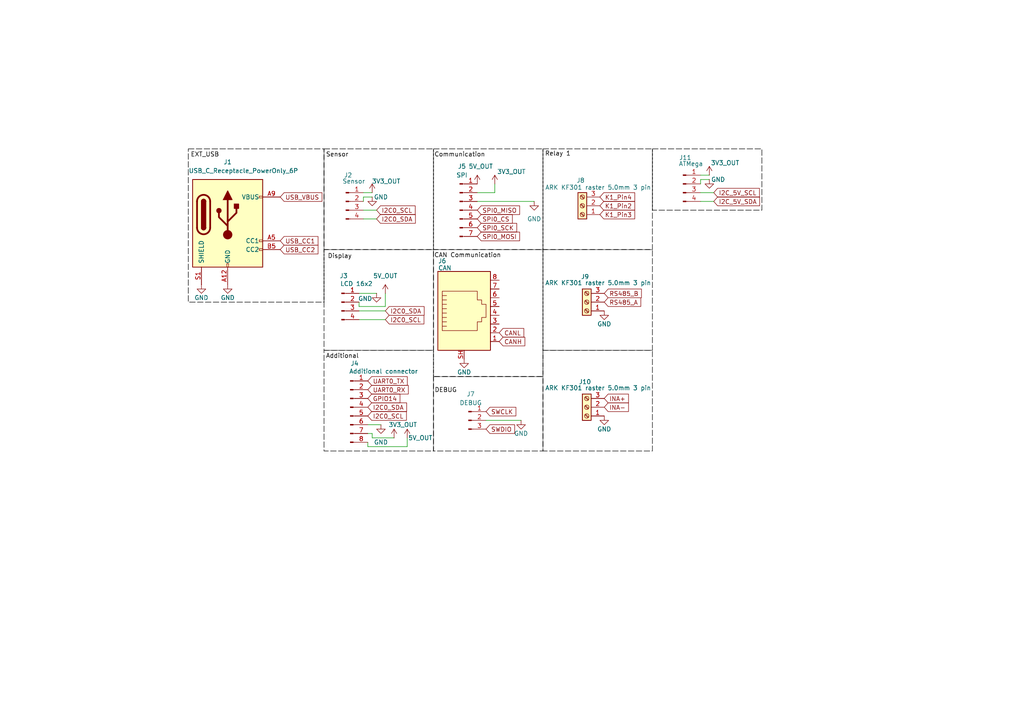
<source format=kicad_sch>
(kicad_sch (version 20250114) (generator "eeschema") (generator_version "9.0")
  (paper "A4")
  (title_block (title "Connectors") (date "2025-10-26") (rev "1.0") (company "PKl"))
  (lib_symbols
    (symbol "Connector:8P8C_Shielded" (pin_names (offset 1.016))
      (property "Reference" "J" (at -5.08 13.97 0))
      (property "Value" "8P8C_Shielded" (at 2.54 13.97 0))
      (symbol "8P8C_Shielded_0_1"
        (polyline (pts (xy -6.35 1.905) (xy -5.08 1.905) (xy -5.08 1.905)))
        (polyline (pts (xy -6.35 0.635) (xy -5.08 0.635) (xy -5.08 0.635)))
        (polyline (pts (xy -6.35 -0.635) (xy -5.08 -0.635) (xy -5.08 -0.635)))
        (polyline (pts (xy -6.35 -1.905) (xy -5.08 -1.905) (xy -5.08 -1.905)))
        (polyline (pts (xy -6.35 -3.175) (xy -5.08 -3.175) (xy -5.08 -3.175)))
        (polyline (pts (xy -6.35 -4.445) (xy -6.35 6.985) (xy 3.81 6.985) (xy 3.81 4.445) (xy 5.08 4.445) (xy 5.08 3.175) (xy 6.35 3.175) (xy 6.35 -0.635) (xy 5.08 -0.635) (xy 5.08 -1.905) (xy 3.81 -1.905) (xy 3.81 -4.445) (xy -6.35 -4.445) (xy -6.35 -4.445)))
        (polyline (pts (xy -5.08 5.715) (xy -6.35 5.715)))
        (polyline (pts (xy -5.08 4.445) (xy -6.35 4.445)))
        (polyline (pts (xy -5.08 3.175) (xy -6.35 3.175) (xy -6.35 3.175)))
        (rectangle (start 7.62 12.7) (end -7.62 -10.16) (stroke (width 0.254)) (fill (type background)))
      )
      (symbol "8P8C_Shielded_1_1"
        (pin passive line (at 0 -12.7 90) (length 2.54) (name "~") (number "SH"))
        (pin passive line (at 10.16 10.16 180) (length 2.54) (name "~") (number "8"))
        (pin passive line (at 10.16 7.62 180) (length 2.54) (name "~") (number "7"))
        (pin passive line (at 10.16 5.08 180) (length 2.54) (name "~") (number "6"))
        (pin passive line (at 10.16 2.54 180) (length 2.54) (name "~") (number "5"))
        (pin passive line (at 10.16 0 180) (length 2.54) (name "~") (number "4"))
        (pin passive line (at 10.16 -2.54 180) (length 2.54) (name "~") (number "3"))
        (pin passive line (at 10.16 -5.08 180) (length 2.54) (name "~") (number "2"))
        (pin passive line (at 10.16 -7.62 180) (length 2.54) (name "~") (number "1"))
      )
    )
    (symbol "Connector:Conn_01x03_Pin" (pin_names (offset 1.016) (hide yes))
      (property "Reference" "J" (at 0 5.08 0))
      (property "Value" "Conn_01x03_Pin" (at 0 -5.08 0))
      (symbol "Conn_01x03_Pin_1_1"
        (rectangle (start 0.8636 2.667) (end 0 2.413) (stroke (width 0.1524)) (fill (type outline)))
        (rectangle (start 0.8636 0.127) (end 0 -0.127) (stroke (width 0.1524)) (fill (type outline)))
        (rectangle (start 0.8636 -2.413) (end 0 -2.667) (stroke (width 0.1524)) (fill (type outline)))
        (polyline (pts (xy 1.27 2.54) (xy 0.8636 2.54)) (stroke (width 0.1524)))
        (polyline (pts (xy 1.27 0) (xy 0.8636 0)) (stroke (width 0.1524)))
        (polyline (pts (xy 1.27 -2.54) (xy 0.8636 -2.54)) (stroke (width 0.1524)))
        (pin passive line (at 5.08 2.54 180) (length 3.81) (name "Pin_1") (number "1"))
        (pin passive line (at 5.08 0 180) (length 3.81) (name "Pin_2") (number "2"))
        (pin passive line (at 5.08 -2.54 180) (length 3.81) (name "Pin_3") (number "3"))
      )
    )
    (symbol "Connector:Conn_01x04_Pin" (pin_names (offset 1.016) (hide yes))
      (property "Reference" "J" (at 0 5.08 0))
      (property "Value" "Conn_01x04_Pin" (at 0 -7.62 0))
      (symbol "Conn_01x04_Pin_1_1"
        (rectangle (start 0.8636 2.667) (end 0 2.413) (stroke (width 0.1524)) (fill (type outline)))
        (rectangle (start 0.8636 0.127) (end 0 -0.127) (stroke (width 0.1524)) (fill (type outline)))
        (rectangle (start 0.8636 -2.413) (end 0 -2.667) (stroke (width 0.1524)) (fill (type outline)))
        (rectangle (start 0.8636 -4.953) (end 0 -5.207) (stroke (width 0.1524)) (fill (type outline)))
        (polyline (pts (xy 1.27 2.54) (xy 0.8636 2.54)) (stroke (width 0.1524)))
        (polyline (pts (xy 1.27 0) (xy 0.8636 0)) (stroke (width 0.1524)))
        (polyline (pts (xy 1.27 -2.54) (xy 0.8636 -2.54)) (stroke (width 0.1524)))
        (polyline (pts (xy 1.27 -5.08) (xy 0.8636 -5.08)) (stroke (width 0.1524)))
        (pin passive line (at 5.08 2.54 180) (length 3.81) (name "Pin_1") (number "1"))
        (pin passive line (at 5.08 0 180) (length 3.81) (name "Pin_2") (number "2"))
        (pin passive line (at 5.08 -2.54 180) (length 3.81) (name "Pin_3") (number "3"))
        (pin passive line (at 5.08 -5.08 180) (length 3.81) (name "Pin_4") (number "4"))
      )
    )
    (symbol "Connector:Conn_01x07_Pin" (pin_names (offset 1.016) (hide yes))
      (property "Reference" "J" (at 0 10.16 0))
      (property "Value" "Conn_01x07_Pin" (at 0 -10.16 0))
      (symbol "Conn_01x07_Pin_1_1"
        (rectangle (start 0.8636 7.747) (end 0 7.493) (stroke (width 0.1524)) (fill (type outline)))
        (rectangle (start 0.8636 5.207) (end 0 4.953) (stroke (width 0.1524)) (fill (type outline)))
        (rectangle (start 0.8636 2.667) (end 0 2.413) (stroke (width 0.1524)) (fill (type outline)))
        (rectangle (start 0.8636 0.127) (end 0 -0.127) (stroke (width 0.1524)) (fill (type outline)))
        (rectangle (start 0.8636 -2.413) (end 0 -2.667) (stroke (width 0.1524)) (fill (type outline)))
        (rectangle (start 0.8636 -4.953) (end 0 -5.207) (stroke (width 0.1524)) (fill (type outline)))
        (rectangle (start 0.8636 -7.493) (end 0 -7.747) (stroke (width 0.1524)) (fill (type outline)))
        (polyline (pts (xy 1.27 7.62) (xy 0.8636 7.62)) (stroke (width 0.1524)))
        (polyline (pts (xy 1.27 5.08) (xy 0.8636 5.08)) (stroke (width 0.1524)))
        (polyline (pts (xy 1.27 2.54) (xy 0.8636 2.54)) (stroke (width 0.1524)))
        (polyline (pts (xy 1.27 0) (xy 0.8636 0)) (stroke (width 0.1524)))
        (polyline (pts (xy 1.27 -2.54) (xy 0.8636 -2.54)) (stroke (width 0.1524)))
        (polyline (pts (xy 1.27 -5.08) (xy 0.8636 -5.08)) (stroke (width 0.1524)))
        (polyline (pts (xy 1.27 -7.62) (xy 0.8636 -7.62)) (stroke (width 0.1524)))
        (pin passive line (at 5.08 7.62 180) (length 3.81) (name "Pin_1") (number "1"))
        (pin passive line (at 5.08 5.08 180) (length 3.81) (name "Pin_2") (number "2"))
        (pin passive line (at 5.08 2.54 180) (length 3.81) (name "Pin_3") (number "3"))
        (pin passive line (at 5.08 0 180) (length 3.81) (name "Pin_4") (number "4"))
        (pin passive line (at 5.08 -2.54 180) (length 3.81) (name "Pin_5") (number "5"))
        (pin passive line (at 5.08 -5.08 180) (length 3.81) (name "Pin_6") (number "6"))
        (pin passive line (at 5.08 -7.62 180) (length 3.81) (name "Pin_7") (number "7"))
      )
    )
    (symbol "Connector:Conn_01x08_Pin" (pin_names (offset 1.016) (hide yes))
      (property "Reference" "J" (at 0 10.16 0))
      (property "Value" "Conn_01x08_Pin" (at 0 -12.7 0))
      (symbol "Conn_01x08_Pin_1_1"
        (rectangle (start 0.8636 7.747) (end 0 7.493) (stroke (width 0.1524)) (fill (type outline)))
        (rectangle (start 0.8636 5.207) (end 0 4.953) (stroke (width 0.1524)) (fill (type outline)))
        (rectangle (start 0.8636 2.667) (end 0 2.413) (stroke (width 0.1524)) (fill (type outline)))
        (rectangle (start 0.8636 0.127) (end 0 -0.127) (stroke (width 0.1524)) (fill (type outline)))
        (rectangle (start 0.8636 -2.413) (end 0 -2.667) (stroke (width 0.1524)) (fill (type outline)))
        (rectangle (start 0.8636 -4.953) (end 0 -5.207) (stroke (width 0.1524)) (fill (type outline)))
        (rectangle (start 0.8636 -7.493) (end 0 -7.747) (stroke (width 0.1524)) (fill (type outline)))
        (rectangle (start 0.8636 -10.033) (end 0 -10.287) (stroke (width 0.1524)) (fill (type outline)))
        (polyline (pts (xy 1.27 7.62) (xy 0.8636 7.62)) (stroke (width 0.1524)))
        (polyline (pts (xy 1.27 5.08) (xy 0.8636 5.08)) (stroke (width 0.1524)))
        (polyline (pts (xy 1.27 2.54) (xy 0.8636 2.54)) (stroke (width 0.1524)))
        (polyline (pts (xy 1.27 0) (xy 0.8636 0)) (stroke (width 0.1524)))
        (polyline (pts (xy 1.27 -2.54) (xy 0.8636 -2.54)) (stroke (width 0.1524)))
        (polyline (pts (xy 1.27 -5.08) (xy 0.8636 -5.08)) (stroke (width 0.1524)))
        (polyline (pts (xy 1.27 -7.62) (xy 0.8636 -7.62)) (stroke (width 0.1524)))
        (polyline (pts (xy 1.27 -10.16) (xy 0.8636 -10.16)) (stroke (width 0.1524)))
        (pin passive line (at 5.08 7.62 180) (length 3.81) (name "Pin_1") (number "1"))
        (pin passive line (at 5.08 5.08 180) (length 3.81) (name "Pin_2") (number "2"))
        (pin passive line (at 5.08 2.54 180) (length 3.81) (name "Pin_3") (number "3"))
        (pin passive line (at 5.08 0 180) (length 3.81) (name "Pin_4") (number "4"))
        (pin passive line (at 5.08 -2.54 180) (length 3.81) (name "Pin_5") (number "5"))
        (pin passive line (at 5.08 -5.08 180) (length 3.81) (name "Pin_6") (number "6"))
        (pin passive line (at 5.08 -7.62 180) (length 3.81) (name "Pin_7") (number "7"))
        (pin passive line (at 5.08 -10.16 180) (length 3.81) (name "Pin_8") (number "8"))
      )
    )
    (symbol "Connector:Screw_Terminal_01x03" (pin_names (offset 1.016) (hide yes))
      (property "Reference" "J" (at 0 5.08 0))
      (property "Value" "Screw_Terminal_01x03" (at 0 -5.08 0))
      (symbol "Screw_Terminal_01x03_1_1"
        (rectangle (start -1.27 3.81) (end 1.27 -3.81) (stroke (width 0.254)) (fill (type background)))
        (polyline (pts (xy -0.5334 2.8702) (xy 0.3302 2.032)) (stroke (width 0.1524)))
        (polyline (pts (xy -0.5334 0.3302) (xy 0.3302 -0.508)) (stroke (width 0.1524)))
        (polyline (pts (xy -0.5334 -2.2098) (xy 0.3302 -3.048)) (stroke (width 0.1524)))
        (polyline (pts (xy -0.3556 3.048) (xy 0.508 2.2098)) (stroke (width 0.1524)))
        (polyline (pts (xy -0.3556 0.508) (xy 0.508 -0.3302)) (stroke (width 0.1524)))
        (polyline (pts (xy -0.3556 -2.032) (xy 0.508 -2.8702)) (stroke (width 0.1524)))
        (circle (center 0 2.54) (radius 0.635) (stroke (width 0.1524)))
        (circle (center 0 0) (radius 0.635) (stroke (width 0.1524)))
        (circle (center 0 -2.54) (radius 0.635) (stroke (width 0.1524)))
        (pin passive line (at -5.08 2.54 0) (length 3.81) (name "Pin_1") (number "1"))
        (pin passive line (at -5.08 0 0) (length 3.81) (name "Pin_2") (number "2"))
        (pin passive line (at -5.08 -2.54 0) (length 3.81) (name "Pin_3") (number "3"))
      )
    )
    (symbol "Connector:USB_C_Receptacle_PowerOnly_6P" (pin_names (offset 1.016))
      (property "Reference" "J" (at 0 16.51 0))
      (property "Value" "USB_C_Receptacle_PowerOnly_6P" (at 0 13.97 0))
      (symbol "USB_C_Receptacle_PowerOnly_6P_0_0"
        (rectangle (start -0.254 -12.7) (end 0.254 -11.684))
        (rectangle (start 10.16 7.874) (end 9.144 7.366))
        (rectangle (start 10.16 -4.826) (end 9.144 -5.334))
        (rectangle (start 10.16 -7.366) (end 9.144 -7.874))
      )
      (symbol "USB_C_Receptacle_PowerOnly_6P_0_1"
        (rectangle (start -10.16 12.7) (end 10.16 -12.7) (stroke (width 0.254)) (fill (type background)))
        (polyline (pts (xy -8.89 -1.27) (xy -8.89 6.35)) (stroke (width 0.508)))
        (rectangle (start -7.62 -1.27) (end -6.35 6.35) (stroke (width 0.254)) (fill (type outline)))
        (arc (start -7.62 6.35) (mid -6.985 6.9823) (end -6.35 6.35) (stroke (width 0.254)))
        (arc (start -7.62 6.35) (mid -6.985 6.9823) (end -6.35 6.35) (stroke (width 0.254)) (fill (type outline)))
        (arc (start -8.89 6.35) (mid -6.985 8.2467) (end -5.08 6.35) (stroke (width 0.508)))
        (arc (start -5.08 -1.27) (mid -6.985 -3.1667) (end -8.89 -1.27) (stroke (width 0.508)))
        (arc (start -6.35 -1.27) (mid -6.985 -1.9023) (end -7.62 -1.27) (stroke (width 0.254)))
        (arc (start -6.35 -1.27) (mid -6.985 -1.9023) (end -7.62 -1.27) (stroke (width 0.254)) (fill (type outline)))
        (polyline (pts (xy -5.08 6.35) (xy -5.08 -1.27)) (stroke (width 0.508)))
        (circle (center -2.54 3.683) (radius 0.635) (stroke (width 0.254)) (fill (type outline)))
        (polyline (pts (xy -1.27 6.858) (xy 0 9.398) (xy 1.27 6.858) (xy -1.27 6.858)) (stroke (width 0.254)) (fill (type outline)))
        (polyline (pts (xy 0 0.508) (xy 2.54 3.048) (xy 2.54 4.318)) (stroke (width 0.508)))
        (polyline (pts (xy 0 -0.762) (xy -2.54 1.778) (xy -2.54 3.048)) (stroke (width 0.508)))
        (polyline (pts (xy 0 -3.302) (xy 0 6.858)) (stroke (width 0.508)))
        (circle (center 0 -3.302) (radius 1.27) (fill (type outline)))
        (rectangle (start 1.905 4.318) (end 3.175 5.588) (stroke (width 0.254)) (fill (type outline)))
      )
      (symbol "USB_C_Receptacle_PowerOnly_6P_1_1"
        (pin passive line (at -7.62 -17.78 90) (length 5.08) (name "SHIELD") (number "S1"))
        (pin passive line (at 0 -17.78 90) (length 5.08) (name "GND") (number "A12"))
        (pin passive line (at 0 -17.78 90) (length 5.08) (hide yes) (name "GND") (number "B12"))
        (pin passive line (at 15.24 7.62 180) (length 5.08) (name "VBUS") (number "A9"))
        (pin passive line (at 15.24 7.62 180) (length 5.08) (hide yes) (name "VBUS") (number "B9"))
        (pin bidirectional line (at 15.24 -5.08 180) (length 5.08) (name "CC1") (number "A5"))
        (pin bidirectional line (at 15.24 -7.62 180) (length 5.08) (name "CC2") (number "B5"))
      )
    )
    (symbol "power:+3.3V" (power) (pin_numbers (hide yes)) (pin_names (offset 0) (hide yes))
      (property "Value" "+3.3V" (at 0 3.556 0))
      (symbol "+3.3V_0_1"
        (polyline (pts (xy -0.762 1.27) (xy 0 2.54)))
        (polyline (pts (xy 0 2.54) (xy 0.762 1.27)))
        (polyline (pts (xy 0 0) (xy 0 2.54)))
      )
      (symbol "+3.3V_1_1"
        (pin power_in line (at 0 0 90) (length 0) (name "~") (number "1"))
      )
    )
    (symbol "power:+5V" (power) (pin_numbers (hide yes)) (pin_names (offset 0) (hide yes))
      (property "Value" "+5V" (at 0 3.556 0))
      (symbol "+5V_0_1"
        (polyline (pts (xy -0.762 1.27) (xy 0 2.54)))
        (polyline (pts (xy 0 2.54) (xy 0.762 1.27)))
        (polyline (pts (xy 0 0) (xy 0 2.54)))
      )
      (symbol "+5V_1_1"
        (pin power_in line (at 0 0 90) (length 0) (name "~") (number "1"))
      )
    )
    (symbol "power:GND" (power) (pin_numbers (hide yes)) (pin_names (offset 0) (hide yes))
      (property "Value" "GND" (at 0 -3.81 0))
      (symbol "GND_0_1"
        (polyline (pts (xy 0 0) (xy 0 -1.27) (xy 1.27 -1.27) (xy 0 -2.54) (xy -1.27 -1.27) (xy 0 -1.27)))
      )
      (symbol "GND_1_1"
        (pin power_in line (at 0 0 270) (length 0) (name "~") (number "1"))
      )
    )
  )
  (rectangle (start 125.73 72.39) (end 157.48 109.22) (stroke (width 0) (type dash) (color 0 0 0 1)))
  (rectangle (start 93.98 43.18) (end 125.73 72.39) (stroke (width 0) (type dash) (color 0 0 0 1)))
  (rectangle (start 157.48 101.6) (end 189.23 130.81) (stroke (width 0) (type dash) (color 0 0 0 1)))
  (rectangle (start 189.23 43.18) (end 220.98 60.96) (stroke (width 0) (type dash) (color 0 0 0 1)))
  (rectangle (start 54.61 43.18) (end 93.98 87.63) (stroke (width 0) (type dash) (color 0 0 0 1)))
  (rectangle (start 125.73 109.22) (end 157.48 130.81) (stroke (width 0) (type dash) (color 0 0 0 1)))
  (rectangle (start 93.98 72.39) (end 125.73 101.6) (stroke (width 0) (type dash) (color 0 0 0 1)))
  (rectangle (start 157.48 72.39) (end 189.23 101.6) (stroke (width 0) (type dash) (color 0 0 0 1)))
  (rectangle (start 157.48 43.18) (end 189.23 72.39) (stroke (width 0) (type dash) (color 0 0 0 1)))
  (rectangle (start 93.98 101.6) (end 125.73 130.81) (stroke (width 0) (type dash) (color 0 0 0 1)))
  (rectangle (start 125.73 43.18) (end 157.48 72.39) (stroke (width 0) (type dash) (color 0 0 0 1)))
  (text "Additional" (at 99.314 103.378 0) (effects (font (size 1.27 1.27))))
  (text "DEBUG" (at 129.286 113.284 0) (effects (font (size 1.27 1.27))))
  (text "Relay 1" (at 161.798 44.704 0) (effects (font (size 1.27 1.27))))
  (text "Communication" (at 133.35 44.958 0) (effects (font (size 1.27 1.27))))
  (text "CAN Communication" (at 135.636 74.168 0) (effects (font (size 1.27 1.27))))
  (text "Sensor " (at 98.298 44.958 0) (effects (font (size 1.27 1.27))))
  (text "Display" (at 98.552 74.422 0) (effects (font (size 1.27 1.27))))
  (text "EXT_USB" (at 59.436 44.958 0) (effects (font (size 1.27 1.27))))
  (wire (pts (xy 104.14 92.71) (xy 111.76 92.71)))
  (wire (pts (xy 138.43 55.88) (xy 143.51 55.88)))
  (wire (pts (xy 205.74 50.8) (xy 203.2 50.8)))
  (wire (pts (xy 203.2 58.42) (xy 207.01 58.42)))
  (wire (pts (xy 143.51 53.34) (xy 143.51 55.88)))
  (wire (pts (xy 105.41 57.15) (xy 107.95 57.15)))
  (wire (pts (xy 104.14 88.9) (xy 104.14 87.63)))
  (wire (pts (xy 203.2 52.07) (xy 205.74 52.07)))
  (wire (pts (xy 107.95 55.88) (xy 105.41 55.88)))
  (wire (pts (xy 104.14 85.09) (xy 109.22 85.09)))
  (wire (pts (xy 105.41 63.5) (xy 109.22 63.5)))
  (wire (pts (xy 114.3 127) (xy 107.95 127)))
  (wire (pts (xy 107.95 127) (xy 107.95 125.73)))
  (wire (pts (xy 203.2 52.07) (xy 203.2 53.34)))
  (wire (pts (xy 203.2 55.88) (xy 207.01 55.88)))
  (wire (pts (xy 104.14 90.17) (xy 111.76 90.17)))
  (wire (pts (xy 140.97 121.92) (xy 151.13 121.92)))
  (wire (pts (xy 111.76 85.09) (xy 111.76 88.9)))
  (wire (pts (xy 106.68 123.19) (xy 110.49 123.19)))
  (wire (pts (xy 105.41 60.96) (xy 109.22 60.96)))
  (wire (pts (xy 105.41 57.15) (xy 105.41 58.42)))
  (wire (pts (xy 104.14 88.9) (xy 111.76 88.9)))
  (wire (pts (xy 138.43 58.42) (xy 154.94 58.42)))
  (wire (pts (xy 118.11 129.54) (xy 106.68 129.54)))
  (wire (pts (xy 118.11 127) (xy 118.11 129.54)))
  (wire (pts (xy 106.68 125.73) (xy 107.95 125.73)))
  (wire (pts (xy 106.68 129.54) (xy 106.68 128.27)))
  (global_label "SWDIO" (shape input) (at 140.97 124.46 0) (property "Intersheetrefs" "${INTERSHEET_REFS}" (effects (hide yes))))
  (global_label "SPI0_MISO" (shape input) (at 138.43 60.96 0) (property "Intersheetrefs" "${INTERSHEET_REFS}" (effects (hide yes))))
  (global_label "I2C0_SDA" (shape input) (at 109.22 63.5 0) (property "Intersheetrefs" "${INTERSHEET_REFS}" (effects (hide yes))))
  (global_label "SPI0_MOSI" (shape input) (at 138.43 68.58 0) (property "Intersheetrefs" "${INTERSHEET_REFS}" (effects (hide yes))))
  (global_label "RS485_B" (shape input) (at 175.26 85.09 0) (property "Intersheetrefs" "${INTERSHEET_REFS}" (effects (hide yes))))
  (global_label "USB_VBUS" (shape input) (at 81.28 57.15 0) (property "Intersheetrefs" "${INTERSHEET_REFS}" (effects (hide yes))))
  (global_label "SPI0_CS" (shape input) (at 138.43 63.5 0) (property "Intersheetrefs" "${INTERSHEET_REFS}" (effects (hide yes))))
  (global_label "I2C_5V_SCL" (shape input) (at 207.01 55.88 0) (property "Intersheetrefs" "${INTERSHEET_REFS}" (effects (hide yes))))
  (global_label "K1_Pin3" (shape input) (at 173.99 62.23 0) (property "Intersheetrefs" "${INTERSHEET_REFS}" (effects (hide yes))))
  (global_label "SPI0_SCK" (shape input) (at 138.43 66.04 0) (property "Intersheetrefs" "${INTERSHEET_REFS}" (effects (hide yes))))
  (global_label "USB_CC2" (shape input) (at 81.28 72.39 0) (property "Intersheetrefs" "${INTERSHEET_REFS}" (effects (hide yes))))
  (global_label "I2C0_SDA" (shape input) (at 106.68 118.11 0) (property "Intersheetrefs" "${INTERSHEET_REFS}" (effects (hide yes))))
  (global_label "K1_Pin4" (shape input) (at 173.99 57.15 0) (property "Intersheetrefs" "${INTERSHEET_REFS}" (effects (hide yes))))
  (global_label "RS485_A" (shape input) (at 175.26 87.63 0) (property "Intersheetrefs" "${INTERSHEET_REFS}" (effects (hide yes))))
  (global_label "K1_Pin2" (shape input) (at 173.99 59.69 0) (property "Intersheetrefs" "${INTERSHEET_REFS}" (effects (hide yes))))
  (global_label "GPIO14" (shape input) (at 106.68 115.57 0) (property "Intersheetrefs" "${INTERSHEET_REFS}" (effects (hide yes))))
  (global_label "I2C0_SCL" (shape input) (at 109.22 60.96 0) (property "Intersheetrefs" "${INTERSHEET_REFS}" (effects (hide yes))))
  (global_label "I2C_5V_SDA" (shape input) (at 207.01 58.42 0) (property "Intersheetrefs" "${INTERSHEET_REFS}" (effects (hide yes))))
  (global_label "USB_CC1" (shape input) (at 81.28 69.85 0) (property "Intersheetrefs" "${INTERSHEET_REFS}" (effects (hide yes))))
  (global_label "I2C0_SCL" (shape input) (at 111.76 92.71 0) (property "Intersheetrefs" "${INTERSHEET_REFS}" (effects (hide yes))))
  (global_label "INA-" (shape input) (at 175.26 118.11 0) (property "Intersheetrefs" "${INTERSHEET_REFS}" (effects (hide yes))))
  (global_label "SWCLK" (shape input) (at 140.97 119.38 0) (property "Intersheetrefs" "${INTERSHEET_REFS}" (effects (hide yes))))
  (global_label "CANH" (shape input) (at 144.78 99.06 0) (property "Intersheetrefs" "${INTERSHEET_REFS}" (effects (hide yes))))
  (global_label "UART0_RX" (shape input) (at 106.68 113.03 0) (property "Intersheetrefs" "${INTERSHEET_REFS}" (effects (hide yes))))
  (global_label "I2C0_SCL" (shape input) (at 106.68 120.65 0) (property "Intersheetrefs" "${INTERSHEET_REFS}" (effects (hide yes))))
  (global_label "I2C0_SDA" (shape input) (at 111.76 90.17 0) (property "Intersheetrefs" "${INTERSHEET_REFS}" (effects (hide yes))))
  (global_label "UART0_TX" (shape input) (at 106.68 110.49 0) (property "Intersheetrefs" "${INTERSHEET_REFS}" (effects (hide yes))))
  (global_label "INA+" (shape input) (at 175.26 115.57 0) (property "Intersheetrefs" "${INTERSHEET_REFS}" (effects (hide yes))))
  (global_label "CANL" (shape input) (at 144.78 96.52 0) (property "Intersheetrefs" "${INTERSHEET_REFS}" (effects (hide yes))))
  (symbol (lib_id "power:+3.3V") (at 114.3 127 0) (unit 1)
    (property "Reference" "#PWR066" (effects (hide yes)))
    (property "Value" "3V3_OUT" (at 116.84 123.19 0))
    (property "Description" "Power symbol creates a global label with name \"+3.3V\"" (effects (hide yes)))
  )
  (symbol (lib_id "Connector:Conn_01x08_Pin") (at 101.6 118.11 0) (unit 1)
    (property "Reference" "J4" (at 102.87 105.41 0))
    (property "Value" "Additional connector" (at 111.252 107.696 0))
    (property "Footprint" "Connector_JST:JST_XH_B8B-XH-A_1x08_P2.50mm_Vertical" (effects (hide yes)))
    (property "Description" "Generic connector, single row, 01x08, script generated" (effects (hide yes)))
  )
  (symbol (lib_id "power:+3.3V") (at 107.95 55.88 0) (unit 1)
    (property "Reference" "#PWR061" (effects (hide yes)))
    (property "Value" "3V3_OUT" (at 112.014 52.578 0))
    (property "Description" "Power symbol creates a global label with name \"+3.3V\"" (effects (hide yes)))
  )
  (symbol (lib_id "Connector:Conn_01x04_Pin") (at 99.06 87.63 0) (unit 1)
    (property "Reference" "J3" (at 99.695 80.01 0))
    (property "Value" "LCD 16x2" (at 103.378 82.296 0))
    (property "Footprint" "Connector_JST:JST_XH_B4B-XH-A_1x04_P2.50mm_Vertical" (effects (hide yes)))
    (property "Description" "Generic connector, single row, 01x04, script generated" (effects (hide yes)))
  )
  (symbol (lib_id "power:GND") (at 109.22 85.09 0) (unit 1)
    (property "Reference" "#PWR065" (effects (hide yes)))
    (property "Value" "GND" (at 105.918 86.614 0))
    (property "Description" "Power symbol creates a global label with name \"GND\" , ground" (effects (hide yes)))
  )
  (symbol (lib_id "Connector:Conn_01x03_Pin") (at 135.89 121.92 0) (unit 1)
    (property "Reference" "J7" (at 136.525 114.3 0))
    (property "Value" "DEBUG" (at 136.525 116.84 0))
    (property "Footprint" "Connector_JST:JST_XH_B3B-XH-A_1x03_P2.50mm_Vertical" (effects (hide yes)))
    (property "Description" "Generic connector, single row, 01x03, script generated" (effects (hide yes)))
  )
  (symbol (lib_id "power:GND") (at 110.49 123.19 0) (unit 1)
    (property "Reference" "#PWR063" (effects (hide yes)))
    (property "Value" "GND" (at 110.49 128.27 0))
    (property "Description" "Power symbol creates a global label with name \"GND\" , ground" (effects (hide yes)))
  )
  (symbol (lib_id "Connector:USB_C_Receptacle_PowerOnly_6P") (at 66.04 64.77 0) (unit 1)
    (property "Reference" "J1" (at 66.04 46.99 0))
    (property "Value" "USB_C_Receptacle_PowerOnly_6P" (at 70.612 49.53 0))
    (property "Footprint" "Connector_USB:USB_C_Receptacle_GCT_USB4125-xx-x_6P_TopMnt_Horizontal" (effects (hide yes)))
    (property "Datasheet" "https://www.usb.org/sites/default/files/documents/usb_type-c.zip" (effects (hide yes)))
    (property "Description" "USB Power-Only 6P Type-C Receptacle connector" (effects (hide yes)))
  )
  (symbol (lib_id "power:GND") (at 134.62 104.14 0) (unit 1)
    (property "Reference" "#PWR080" (effects (hide yes)))
    (property "Value" "GND" (at 134.62 107.95 0))
    (property "Description" "Power symbol creates a global label with name \"GND\" , ground" (effects (hide yes)))
  )
  (symbol (lib_id "Connector:Conn_01x04_Pin") (at 198.12 53.34 0) (unit 1)
    (property "Reference" "J11" (at 198.755 45.72 0))
    (property "Value" "ATMega" (at 200.406 47.498 0))
    (property "Footprint" "Connector_PinHeader_2.54mm:PinHeader_1x04_P2.54mm_Vertical" (effects (hide yes)))
    (property "Description" "Generic connector, single row, 01x04, script generated" (effects (hide yes)))
  )
  (symbol (lib_id "power:GND") (at 151.13 121.92 0) (unit 1)
    (property "Reference" "#PWR071" (effects (hide yes)))
    (property "Value" "GND" (at 151.13 125.73 0))
    (property "Description" "Power symbol creates a global label with name \"GND\" , ground" (effects (hide yes)))
  )
  (symbol (lib_id "power:GND") (at 66.04 82.55 0) (unit 1)
    (property "Reference" "#PWR072" (effects (hide yes)))
    (property "Value" "GND" (at 66.04 86.36 0))
    (property "Description" "Power symbol creates a global label with name \"GND\" , ground" (effects (hide yes)))
  )
  (symbol (lib_id "power:GND") (at 175.26 120.65 0) (unit 1)
    (property "Reference" "#PWR0130" (effects (hide yes)))
    (property "Value" "GND" (at 175.26 124.46 0))
    (property "Description" "Power symbol creates a global label with name \"GND\" , ground" (effects (hide yes)))
  )
  (symbol (lib_id "power:GND") (at 107.95 57.15 0) (unit 1)
    (property "Reference" "#PWR062" (effects (hide yes)))
    (property "Value" "GND" (at 110.49 57.15 0))
    (property "Description" "Power symbol creates a global label with name \"GND\" , ground" (effects (hide yes)))
  )
  (symbol (lib_id "Connector:8P8C_Shielded") (at 134.62 91.44 0) (unit 1)
    (property "Reference" "J6" (at 128.27 75.692 0))
    (property "Value" "CAN" (at 129.032 77.724 0))
    (property "Footprint" "Connector_RJ:RJ45_Amphenol_RJHSE5380" (effects (hide yes)))
    (property "Description" "RJ connector, 8P8C (8 positions 8 connected), RJ31/RJ32/RJ33/RJ34/RJ35/RJ41/RJ45/RJ49/RJ61, Shielded" (effects (hide yes)))
  )
  (symbol (lib_id "power:+3.3V") (at 205.74 50.8 0) (unit 1)
    (property "Reference" "#PWR093" (effects (hide yes)))
    (property "Value" "3V3_OUT" (at 210.312 47.244 0))
    (property "Description" "Power symbol creates a global label with name \"+3.3V\"" (effects (hide yes)))
  )
  (symbol (lib_id "power:+5V") (at 138.43 53.34 0) (unit 1)
    (property "Reference" "#PWR060" (effects (hide yes)))
    (property "Value" "5V_OUT" (at 139.446 48.26 0))
    (property "Description" "Power symbol creates a global label with name \"+5V\"" (effects (hide yes)))
  )
  (symbol (lib_id "Connector:Conn_01x04_Pin") (at 100.33 58.42 0) (unit 1)
    (property "Reference" "J2" (at 100.965 50.8 0))
    (property "Value" "Sensor" (at 102.616 52.578 0))
    (property "Footprint" "Connector_JST:JST_XH_B4B-XH-A_1x04_P2.50mm_Vertical" (effects (hide yes)))
    (property "Description" "Generic connector, single row, 01x04, script generated" (effects (hide yes)))
  )
  (symbol (lib_id "power:GND") (at 58.42 82.55 0) (unit 1)
    (property "Reference" "#PWR079" (effects (hide yes)))
    (property "Value" "GND" (at 58.42 86.36 0))
    (property "Description" "Power symbol creates a global label with name \"GND\" , ground" (effects (hide yes)))
  )
  (symbol (lib_id "Connector:Conn_01x07_Pin") (at 133.35 60.96 0) (unit 1)
    (property "Reference" "J5" (at 133.985 48.26 0))
    (property "Value" "SPI" (at 133.985 50.8 0))
    (property "Footprint" "Connector_JST:JST_XH_B7B-XH-A_1x07_P2.50mm_Vertical" (effects (hide yes)))
    (property "Description" "Generic connector, single row, 01x07, script generated" (effects (hide yes)))
  )
  (symbol (lib_id "Connector:Screw_Terminal_01x03") (at 170.18 87.63 180) (unit 1)
    (property "Reference" "J9" (at 169.672 80.264 0))
    (property "Value" "ARK KF301 raster 5.0mm 3 pin" (at 173.482 82.042 0))
    (property "Footprint" "TerminalBlock_Phoenix:TerminalBlock_Phoenix_MKDS-1,5-3_1x03_P5.00mm_Horizontal" (effects (hide yes)))
    (property "Description" "Generic screw terminal, single row, 01x03, script generated (kicad-library-utils/schlib/autogen/connector/)" (effects (hide yes)))
  )
  (symbol (lib_id "Connector:Screw_Terminal_01x03") (at 168.91 59.69 180) (unit 1)
    (property "Reference" "J8" (at 168.402 52.324 0))
    (property "Value" "ARK KF301 raster 5.0mm 3 pin" (at 173.482 54.356 0))
    (property "Footprint" "TerminalBlock_Phoenix:TerminalBlock_Phoenix_MKDS-1,5-3_1x03_P5.00mm_Horizontal" (effects (hide yes)))
    (property "Description" "Generic screw terminal, single row, 01x03, script generated (kicad-library-utils/schlib/autogen/connector/)" (effects (hide yes)))
  )
  (symbol (lib_id "power:+5V") (at 118.11 127 0) (unit 1)
    (property "Reference" "#PWR068" (effects (hide yes)))
    (property "Value" "5V_OUT" (at 121.92 127 0))
    (property "Description" "Power symbol creates a global label with name \"+5V\"" (effects (hide yes)))
  )
  (symbol (lib_id "power:+3.3V") (at 143.51 53.34 0) (unit 1)
    (property "Reference" "#PWR064" (effects (hide yes)))
    (property "Value" "3V3_OUT" (at 148.336 49.784 0))
    (property "Description" "Power symbol creates a global label with name \"+3.3V\"" (effects (hide yes)))
  )
  (symbol (lib_id "power:+5V") (at 111.76 85.09 0) (unit 1)
    (property "Reference" "#PWR067" (effects (hide yes)))
    (property "Value" "5V_OUT" (at 111.76 80.01 0))
    (property "Description" "Power symbol creates a global label with name \"+5V\"" (effects (hide yes)))
  )
  (symbol (lib_id "power:GND") (at 175.26 90.17 0) (unit 1)
    (property "Reference" "#PWR050" (effects (hide yes)))
    (property "Value" "GND" (at 175.26 93.98 0))
    (property "Description" "Power symbol creates a global label with name \"GND\" , ground" (effects (hide yes)))
  )
  (symbol (lib_id "power:GND") (at 205.74 52.07 0) (unit 1)
    (property "Reference" "#PWR094" (effects (hide yes)))
    (property "Value" "GND" (at 208.28 52.07 0))
    (property "Description" "Power symbol creates a global label with name \"GND\" , ground" (effects (hide yes)))
  )
  (symbol (lib_id "Connector:Screw_Terminal_01x03") (at 170.18 118.11 180) (unit 1)
    (property "Reference" "J10" (at 169.672 110.744 0))
    (property "Value" "ARK KF301 raster 5.0mm 3 pin" (at 173.482 112.522 0))
    (property "Footprint" "TerminalBlock_Phoenix:TerminalBlock_Phoenix_MKDS-1,5-3_1x03_P5.00mm_Horizontal" (effects (hide yes)))
    (property "Description" "Generic screw terminal, single row, 01x03, script generated (kicad-library-utils/schlib/autogen/connector/)" (effects (hide yes)))
  )
  (symbol (lib_id "power:GND") (at 154.94 58.42 0) (unit 1)
    (property "Reference" "#PWR069" (effects (hide yes)))
    (property "Value" "GND" (at 154.94 63.5 0))
    (property "Description" "Power symbol creates a global label with name \"GND\" , ground" (effects (hide yes)))
  )
)
</source>
